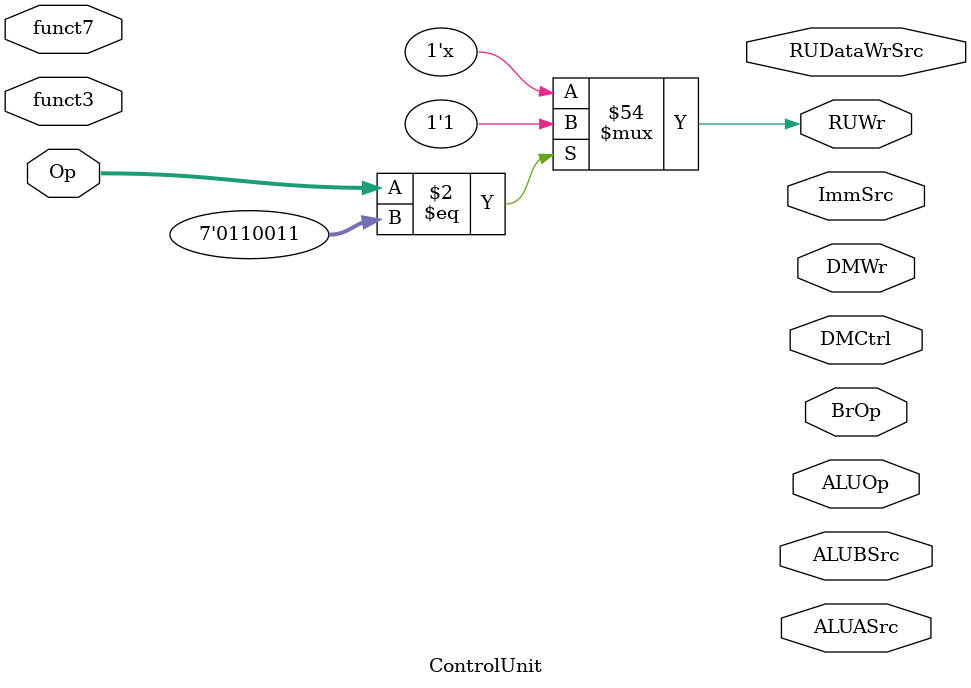
<source format=sv>
module ControlUnit(

    // Entradas
    input [6:0] funct7,
    input [2:0] funct3,
  	input [6:0] Op,
    // Salidas
  	output logic [3:0] ALUOp,
    output logic RUWr,
  	output logic [4:0] BrOp,
  	output logic [3:0] ALUASrc,
    output logic ALUBSrc,
    output logic [2:0] ImmSrc,
    output logic DMWr,
    output logic [2:0] DMCtrl,
    output logic [1:0] RUDataWrSrc


);
  always @(funct3 or funct7 or Op)
    begin
      if (Op == 7'b0110011) begin 

            RUWr = 1;

            case (funct3)
                0: begin
                    if(funct7 == 0)
                    aluOp = 4'b0010; 
                    else if(funct7 == 32)
                    aluOp = 4'b0100;
                end
                6: aluOp = 4'b0001; 
                7: aluOp = 4'b0000; 
                1: aluOp = 4'b0011; 
                5: aluOp = 4'b0101; 
				2: aluOp = 4'b0110; 
				4: aluOp = 4'b0111; 
            endcase

      end

    end

endmodule
</source>
